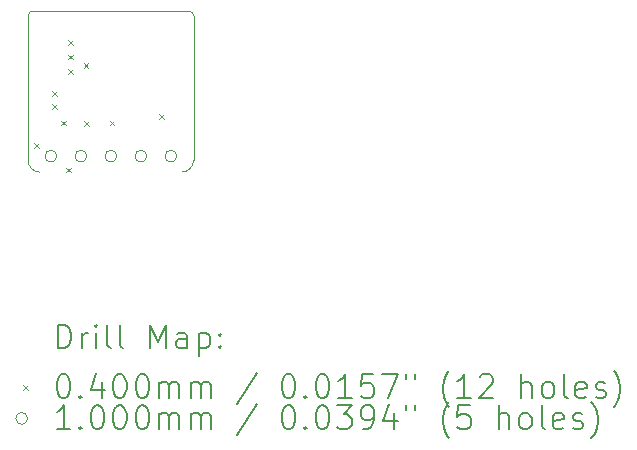
<source format=gbr>
%TF.GenerationSoftware,KiCad,Pcbnew,(6.0.9-0)*%
%TF.CreationDate,2023-01-05T13:48:52+00:00*%
%TF.ProjectId,USBA,55534241-2e6b-4696-9361-645f70636258,1*%
%TF.SameCoordinates,Original*%
%TF.FileFunction,Drillmap*%
%TF.FilePolarity,Positive*%
%FSLAX45Y45*%
G04 Gerber Fmt 4.5, Leading zero omitted, Abs format (unit mm)*
G04 Created by KiCad (PCBNEW (6.0.9-0)) date 2023-01-05 13:48:52*
%MOMM*%
%LPD*%
G01*
G04 APERTURE LIST*
%ADD10C,0.100000*%
%ADD11C,0.200000*%
%ADD12C,0.040000*%
G04 APERTURE END LIST*
D10*
X12850000Y-11825000D02*
X12850000Y-10600000D01*
X11450000Y-11825000D02*
G75*
G03*
X11550000Y-11925000I100000J0D01*
G01*
X11450000Y-10600000D02*
X11450000Y-11825000D01*
X11490000Y-10560000D02*
G75*
G03*
X11450000Y-10600000I0J-40000D01*
G01*
X12750000Y-11925000D02*
G75*
G03*
X12850000Y-11825000I0J100000D01*
G01*
X12810000Y-10560000D02*
X11490000Y-10560000D01*
X12850000Y-10600000D02*
G75*
G03*
X12810000Y-10560000I-40000J0D01*
G01*
D11*
D12*
X11500000Y-11680000D02*
X11540000Y-11720000D01*
X11540000Y-11680000D02*
X11500000Y-11720000D01*
X11650000Y-11240000D02*
X11690000Y-11280000D01*
X11690000Y-11240000D02*
X11650000Y-11280000D01*
X11650000Y-11350000D02*
X11690000Y-11390000D01*
X11690000Y-11350000D02*
X11650000Y-11390000D01*
X11730313Y-11490078D02*
X11770313Y-11530078D01*
X11770313Y-11490078D02*
X11730313Y-11530078D01*
X11772500Y-11887500D02*
X11812500Y-11927500D01*
X11812500Y-11887500D02*
X11772500Y-11927500D01*
X11790000Y-10810000D02*
X11830000Y-10850000D01*
X11830000Y-10810000D02*
X11790000Y-10850000D01*
X11790000Y-10930000D02*
X11830000Y-10970000D01*
X11830000Y-10930000D02*
X11790000Y-10970000D01*
X11790000Y-11050000D02*
X11830000Y-11090000D01*
X11830000Y-11050000D02*
X11790000Y-11090000D01*
X11920000Y-11000000D02*
X11960000Y-11040000D01*
X11960000Y-11000000D02*
X11920000Y-11040000D01*
X11926516Y-11492370D02*
X11966516Y-11532370D01*
X11966516Y-11492370D02*
X11926516Y-11532370D01*
X12140000Y-11490000D02*
X12180000Y-11530000D01*
X12180000Y-11490000D02*
X12140000Y-11530000D01*
X12560000Y-11432450D02*
X12600000Y-11472450D01*
X12600000Y-11432450D02*
X12560000Y-11472450D01*
D10*
X11692000Y-11790000D02*
G75*
G03*
X11692000Y-11790000I-50000J0D01*
G01*
X11946000Y-11790000D02*
G75*
G03*
X11946000Y-11790000I-50000J0D01*
G01*
X12200000Y-11790000D02*
G75*
G03*
X12200000Y-11790000I-50000J0D01*
G01*
X12454000Y-11790000D02*
G75*
G03*
X12454000Y-11790000I-50000J0D01*
G01*
X12708000Y-11790000D02*
G75*
G03*
X12708000Y-11790000I-50000J0D01*
G01*
D11*
X11702619Y-13416476D02*
X11702619Y-13216476D01*
X11750238Y-13216476D01*
X11778809Y-13226000D01*
X11797857Y-13245048D01*
X11807381Y-13264095D01*
X11816905Y-13302190D01*
X11816905Y-13330762D01*
X11807381Y-13368857D01*
X11797857Y-13387905D01*
X11778809Y-13406952D01*
X11750238Y-13416476D01*
X11702619Y-13416476D01*
X11902619Y-13416476D02*
X11902619Y-13283143D01*
X11902619Y-13321238D02*
X11912143Y-13302190D01*
X11921667Y-13292667D01*
X11940714Y-13283143D01*
X11959762Y-13283143D01*
X12026428Y-13416476D02*
X12026428Y-13283143D01*
X12026428Y-13216476D02*
X12016905Y-13226000D01*
X12026428Y-13235524D01*
X12035952Y-13226000D01*
X12026428Y-13216476D01*
X12026428Y-13235524D01*
X12150238Y-13416476D02*
X12131190Y-13406952D01*
X12121667Y-13387905D01*
X12121667Y-13216476D01*
X12255000Y-13416476D02*
X12235952Y-13406952D01*
X12226428Y-13387905D01*
X12226428Y-13216476D01*
X12483571Y-13416476D02*
X12483571Y-13216476D01*
X12550238Y-13359333D01*
X12616905Y-13216476D01*
X12616905Y-13416476D01*
X12797857Y-13416476D02*
X12797857Y-13311714D01*
X12788333Y-13292667D01*
X12769286Y-13283143D01*
X12731190Y-13283143D01*
X12712143Y-13292667D01*
X12797857Y-13406952D02*
X12778809Y-13416476D01*
X12731190Y-13416476D01*
X12712143Y-13406952D01*
X12702619Y-13387905D01*
X12702619Y-13368857D01*
X12712143Y-13349809D01*
X12731190Y-13340286D01*
X12778809Y-13340286D01*
X12797857Y-13330762D01*
X12893095Y-13283143D02*
X12893095Y-13483143D01*
X12893095Y-13292667D02*
X12912143Y-13283143D01*
X12950238Y-13283143D01*
X12969286Y-13292667D01*
X12978809Y-13302190D01*
X12988333Y-13321238D01*
X12988333Y-13378381D01*
X12978809Y-13397428D01*
X12969286Y-13406952D01*
X12950238Y-13416476D01*
X12912143Y-13416476D01*
X12893095Y-13406952D01*
X13074048Y-13397428D02*
X13083571Y-13406952D01*
X13074048Y-13416476D01*
X13064524Y-13406952D01*
X13074048Y-13397428D01*
X13074048Y-13416476D01*
X13074048Y-13292667D02*
X13083571Y-13302190D01*
X13074048Y-13311714D01*
X13064524Y-13302190D01*
X13074048Y-13292667D01*
X13074048Y-13311714D01*
D12*
X11405000Y-13726000D02*
X11445000Y-13766000D01*
X11445000Y-13726000D02*
X11405000Y-13766000D01*
D11*
X11740714Y-13636476D02*
X11759762Y-13636476D01*
X11778809Y-13646000D01*
X11788333Y-13655524D01*
X11797857Y-13674571D01*
X11807381Y-13712667D01*
X11807381Y-13760286D01*
X11797857Y-13798381D01*
X11788333Y-13817428D01*
X11778809Y-13826952D01*
X11759762Y-13836476D01*
X11740714Y-13836476D01*
X11721667Y-13826952D01*
X11712143Y-13817428D01*
X11702619Y-13798381D01*
X11693095Y-13760286D01*
X11693095Y-13712667D01*
X11702619Y-13674571D01*
X11712143Y-13655524D01*
X11721667Y-13646000D01*
X11740714Y-13636476D01*
X11893095Y-13817428D02*
X11902619Y-13826952D01*
X11893095Y-13836476D01*
X11883571Y-13826952D01*
X11893095Y-13817428D01*
X11893095Y-13836476D01*
X12074048Y-13703143D02*
X12074048Y-13836476D01*
X12026428Y-13626952D02*
X11978809Y-13769809D01*
X12102619Y-13769809D01*
X12216905Y-13636476D02*
X12235952Y-13636476D01*
X12255000Y-13646000D01*
X12264524Y-13655524D01*
X12274048Y-13674571D01*
X12283571Y-13712667D01*
X12283571Y-13760286D01*
X12274048Y-13798381D01*
X12264524Y-13817428D01*
X12255000Y-13826952D01*
X12235952Y-13836476D01*
X12216905Y-13836476D01*
X12197857Y-13826952D01*
X12188333Y-13817428D01*
X12178809Y-13798381D01*
X12169286Y-13760286D01*
X12169286Y-13712667D01*
X12178809Y-13674571D01*
X12188333Y-13655524D01*
X12197857Y-13646000D01*
X12216905Y-13636476D01*
X12407381Y-13636476D02*
X12426428Y-13636476D01*
X12445476Y-13646000D01*
X12455000Y-13655524D01*
X12464524Y-13674571D01*
X12474048Y-13712667D01*
X12474048Y-13760286D01*
X12464524Y-13798381D01*
X12455000Y-13817428D01*
X12445476Y-13826952D01*
X12426428Y-13836476D01*
X12407381Y-13836476D01*
X12388333Y-13826952D01*
X12378809Y-13817428D01*
X12369286Y-13798381D01*
X12359762Y-13760286D01*
X12359762Y-13712667D01*
X12369286Y-13674571D01*
X12378809Y-13655524D01*
X12388333Y-13646000D01*
X12407381Y-13636476D01*
X12559762Y-13836476D02*
X12559762Y-13703143D01*
X12559762Y-13722190D02*
X12569286Y-13712667D01*
X12588333Y-13703143D01*
X12616905Y-13703143D01*
X12635952Y-13712667D01*
X12645476Y-13731714D01*
X12645476Y-13836476D01*
X12645476Y-13731714D02*
X12655000Y-13712667D01*
X12674048Y-13703143D01*
X12702619Y-13703143D01*
X12721667Y-13712667D01*
X12731190Y-13731714D01*
X12731190Y-13836476D01*
X12826428Y-13836476D02*
X12826428Y-13703143D01*
X12826428Y-13722190D02*
X12835952Y-13712667D01*
X12855000Y-13703143D01*
X12883571Y-13703143D01*
X12902619Y-13712667D01*
X12912143Y-13731714D01*
X12912143Y-13836476D01*
X12912143Y-13731714D02*
X12921667Y-13712667D01*
X12940714Y-13703143D01*
X12969286Y-13703143D01*
X12988333Y-13712667D01*
X12997857Y-13731714D01*
X12997857Y-13836476D01*
X13388333Y-13626952D02*
X13216905Y-13884095D01*
X13645476Y-13636476D02*
X13664524Y-13636476D01*
X13683571Y-13646000D01*
X13693095Y-13655524D01*
X13702619Y-13674571D01*
X13712143Y-13712667D01*
X13712143Y-13760286D01*
X13702619Y-13798381D01*
X13693095Y-13817428D01*
X13683571Y-13826952D01*
X13664524Y-13836476D01*
X13645476Y-13836476D01*
X13626428Y-13826952D01*
X13616905Y-13817428D01*
X13607381Y-13798381D01*
X13597857Y-13760286D01*
X13597857Y-13712667D01*
X13607381Y-13674571D01*
X13616905Y-13655524D01*
X13626428Y-13646000D01*
X13645476Y-13636476D01*
X13797857Y-13817428D02*
X13807381Y-13826952D01*
X13797857Y-13836476D01*
X13788333Y-13826952D01*
X13797857Y-13817428D01*
X13797857Y-13836476D01*
X13931190Y-13636476D02*
X13950238Y-13636476D01*
X13969286Y-13646000D01*
X13978809Y-13655524D01*
X13988333Y-13674571D01*
X13997857Y-13712667D01*
X13997857Y-13760286D01*
X13988333Y-13798381D01*
X13978809Y-13817428D01*
X13969286Y-13826952D01*
X13950238Y-13836476D01*
X13931190Y-13836476D01*
X13912143Y-13826952D01*
X13902619Y-13817428D01*
X13893095Y-13798381D01*
X13883571Y-13760286D01*
X13883571Y-13712667D01*
X13893095Y-13674571D01*
X13902619Y-13655524D01*
X13912143Y-13646000D01*
X13931190Y-13636476D01*
X14188333Y-13836476D02*
X14074048Y-13836476D01*
X14131190Y-13836476D02*
X14131190Y-13636476D01*
X14112143Y-13665048D01*
X14093095Y-13684095D01*
X14074048Y-13693619D01*
X14369286Y-13636476D02*
X14274048Y-13636476D01*
X14264524Y-13731714D01*
X14274048Y-13722190D01*
X14293095Y-13712667D01*
X14340714Y-13712667D01*
X14359762Y-13722190D01*
X14369286Y-13731714D01*
X14378809Y-13750762D01*
X14378809Y-13798381D01*
X14369286Y-13817428D01*
X14359762Y-13826952D01*
X14340714Y-13836476D01*
X14293095Y-13836476D01*
X14274048Y-13826952D01*
X14264524Y-13817428D01*
X14445476Y-13636476D02*
X14578809Y-13636476D01*
X14493095Y-13836476D01*
X14645476Y-13636476D02*
X14645476Y-13674571D01*
X14721667Y-13636476D02*
X14721667Y-13674571D01*
X15016905Y-13912667D02*
X15007381Y-13903143D01*
X14988333Y-13874571D01*
X14978809Y-13855524D01*
X14969286Y-13826952D01*
X14959762Y-13779333D01*
X14959762Y-13741238D01*
X14969286Y-13693619D01*
X14978809Y-13665048D01*
X14988333Y-13646000D01*
X15007381Y-13617428D01*
X15016905Y-13607905D01*
X15197857Y-13836476D02*
X15083571Y-13836476D01*
X15140714Y-13836476D02*
X15140714Y-13636476D01*
X15121667Y-13665048D01*
X15102619Y-13684095D01*
X15083571Y-13693619D01*
X15274048Y-13655524D02*
X15283571Y-13646000D01*
X15302619Y-13636476D01*
X15350238Y-13636476D01*
X15369286Y-13646000D01*
X15378809Y-13655524D01*
X15388333Y-13674571D01*
X15388333Y-13693619D01*
X15378809Y-13722190D01*
X15264524Y-13836476D01*
X15388333Y-13836476D01*
X15626428Y-13836476D02*
X15626428Y-13636476D01*
X15712143Y-13836476D02*
X15712143Y-13731714D01*
X15702619Y-13712667D01*
X15683571Y-13703143D01*
X15655000Y-13703143D01*
X15635952Y-13712667D01*
X15626428Y-13722190D01*
X15835952Y-13836476D02*
X15816905Y-13826952D01*
X15807381Y-13817428D01*
X15797857Y-13798381D01*
X15797857Y-13741238D01*
X15807381Y-13722190D01*
X15816905Y-13712667D01*
X15835952Y-13703143D01*
X15864524Y-13703143D01*
X15883571Y-13712667D01*
X15893095Y-13722190D01*
X15902619Y-13741238D01*
X15902619Y-13798381D01*
X15893095Y-13817428D01*
X15883571Y-13826952D01*
X15864524Y-13836476D01*
X15835952Y-13836476D01*
X16016905Y-13836476D02*
X15997857Y-13826952D01*
X15988333Y-13807905D01*
X15988333Y-13636476D01*
X16169286Y-13826952D02*
X16150238Y-13836476D01*
X16112143Y-13836476D01*
X16093095Y-13826952D01*
X16083571Y-13807905D01*
X16083571Y-13731714D01*
X16093095Y-13712667D01*
X16112143Y-13703143D01*
X16150238Y-13703143D01*
X16169286Y-13712667D01*
X16178809Y-13731714D01*
X16178809Y-13750762D01*
X16083571Y-13769809D01*
X16255000Y-13826952D02*
X16274048Y-13836476D01*
X16312143Y-13836476D01*
X16331190Y-13826952D01*
X16340714Y-13807905D01*
X16340714Y-13798381D01*
X16331190Y-13779333D01*
X16312143Y-13769809D01*
X16283571Y-13769809D01*
X16264524Y-13760286D01*
X16255000Y-13741238D01*
X16255000Y-13731714D01*
X16264524Y-13712667D01*
X16283571Y-13703143D01*
X16312143Y-13703143D01*
X16331190Y-13712667D01*
X16407381Y-13912667D02*
X16416905Y-13903143D01*
X16435952Y-13874571D01*
X16445476Y-13855524D01*
X16455000Y-13826952D01*
X16464524Y-13779333D01*
X16464524Y-13741238D01*
X16455000Y-13693619D01*
X16445476Y-13665048D01*
X16435952Y-13646000D01*
X16416905Y-13617428D01*
X16407381Y-13607905D01*
D10*
X11445000Y-14010000D02*
G75*
G03*
X11445000Y-14010000I-50000J0D01*
G01*
D11*
X11807381Y-14100476D02*
X11693095Y-14100476D01*
X11750238Y-14100476D02*
X11750238Y-13900476D01*
X11731190Y-13929048D01*
X11712143Y-13948095D01*
X11693095Y-13957619D01*
X11893095Y-14081428D02*
X11902619Y-14090952D01*
X11893095Y-14100476D01*
X11883571Y-14090952D01*
X11893095Y-14081428D01*
X11893095Y-14100476D01*
X12026428Y-13900476D02*
X12045476Y-13900476D01*
X12064524Y-13910000D01*
X12074048Y-13919524D01*
X12083571Y-13938571D01*
X12093095Y-13976667D01*
X12093095Y-14024286D01*
X12083571Y-14062381D01*
X12074048Y-14081428D01*
X12064524Y-14090952D01*
X12045476Y-14100476D01*
X12026428Y-14100476D01*
X12007381Y-14090952D01*
X11997857Y-14081428D01*
X11988333Y-14062381D01*
X11978809Y-14024286D01*
X11978809Y-13976667D01*
X11988333Y-13938571D01*
X11997857Y-13919524D01*
X12007381Y-13910000D01*
X12026428Y-13900476D01*
X12216905Y-13900476D02*
X12235952Y-13900476D01*
X12255000Y-13910000D01*
X12264524Y-13919524D01*
X12274048Y-13938571D01*
X12283571Y-13976667D01*
X12283571Y-14024286D01*
X12274048Y-14062381D01*
X12264524Y-14081428D01*
X12255000Y-14090952D01*
X12235952Y-14100476D01*
X12216905Y-14100476D01*
X12197857Y-14090952D01*
X12188333Y-14081428D01*
X12178809Y-14062381D01*
X12169286Y-14024286D01*
X12169286Y-13976667D01*
X12178809Y-13938571D01*
X12188333Y-13919524D01*
X12197857Y-13910000D01*
X12216905Y-13900476D01*
X12407381Y-13900476D02*
X12426428Y-13900476D01*
X12445476Y-13910000D01*
X12455000Y-13919524D01*
X12464524Y-13938571D01*
X12474048Y-13976667D01*
X12474048Y-14024286D01*
X12464524Y-14062381D01*
X12455000Y-14081428D01*
X12445476Y-14090952D01*
X12426428Y-14100476D01*
X12407381Y-14100476D01*
X12388333Y-14090952D01*
X12378809Y-14081428D01*
X12369286Y-14062381D01*
X12359762Y-14024286D01*
X12359762Y-13976667D01*
X12369286Y-13938571D01*
X12378809Y-13919524D01*
X12388333Y-13910000D01*
X12407381Y-13900476D01*
X12559762Y-14100476D02*
X12559762Y-13967143D01*
X12559762Y-13986190D02*
X12569286Y-13976667D01*
X12588333Y-13967143D01*
X12616905Y-13967143D01*
X12635952Y-13976667D01*
X12645476Y-13995714D01*
X12645476Y-14100476D01*
X12645476Y-13995714D02*
X12655000Y-13976667D01*
X12674048Y-13967143D01*
X12702619Y-13967143D01*
X12721667Y-13976667D01*
X12731190Y-13995714D01*
X12731190Y-14100476D01*
X12826428Y-14100476D02*
X12826428Y-13967143D01*
X12826428Y-13986190D02*
X12835952Y-13976667D01*
X12855000Y-13967143D01*
X12883571Y-13967143D01*
X12902619Y-13976667D01*
X12912143Y-13995714D01*
X12912143Y-14100476D01*
X12912143Y-13995714D02*
X12921667Y-13976667D01*
X12940714Y-13967143D01*
X12969286Y-13967143D01*
X12988333Y-13976667D01*
X12997857Y-13995714D01*
X12997857Y-14100476D01*
X13388333Y-13890952D02*
X13216905Y-14148095D01*
X13645476Y-13900476D02*
X13664524Y-13900476D01*
X13683571Y-13910000D01*
X13693095Y-13919524D01*
X13702619Y-13938571D01*
X13712143Y-13976667D01*
X13712143Y-14024286D01*
X13702619Y-14062381D01*
X13693095Y-14081428D01*
X13683571Y-14090952D01*
X13664524Y-14100476D01*
X13645476Y-14100476D01*
X13626428Y-14090952D01*
X13616905Y-14081428D01*
X13607381Y-14062381D01*
X13597857Y-14024286D01*
X13597857Y-13976667D01*
X13607381Y-13938571D01*
X13616905Y-13919524D01*
X13626428Y-13910000D01*
X13645476Y-13900476D01*
X13797857Y-14081428D02*
X13807381Y-14090952D01*
X13797857Y-14100476D01*
X13788333Y-14090952D01*
X13797857Y-14081428D01*
X13797857Y-14100476D01*
X13931190Y-13900476D02*
X13950238Y-13900476D01*
X13969286Y-13910000D01*
X13978809Y-13919524D01*
X13988333Y-13938571D01*
X13997857Y-13976667D01*
X13997857Y-14024286D01*
X13988333Y-14062381D01*
X13978809Y-14081428D01*
X13969286Y-14090952D01*
X13950238Y-14100476D01*
X13931190Y-14100476D01*
X13912143Y-14090952D01*
X13902619Y-14081428D01*
X13893095Y-14062381D01*
X13883571Y-14024286D01*
X13883571Y-13976667D01*
X13893095Y-13938571D01*
X13902619Y-13919524D01*
X13912143Y-13910000D01*
X13931190Y-13900476D01*
X14064524Y-13900476D02*
X14188333Y-13900476D01*
X14121667Y-13976667D01*
X14150238Y-13976667D01*
X14169286Y-13986190D01*
X14178809Y-13995714D01*
X14188333Y-14014762D01*
X14188333Y-14062381D01*
X14178809Y-14081428D01*
X14169286Y-14090952D01*
X14150238Y-14100476D01*
X14093095Y-14100476D01*
X14074048Y-14090952D01*
X14064524Y-14081428D01*
X14283571Y-14100476D02*
X14321667Y-14100476D01*
X14340714Y-14090952D01*
X14350238Y-14081428D01*
X14369286Y-14052857D01*
X14378809Y-14014762D01*
X14378809Y-13938571D01*
X14369286Y-13919524D01*
X14359762Y-13910000D01*
X14340714Y-13900476D01*
X14302619Y-13900476D01*
X14283571Y-13910000D01*
X14274048Y-13919524D01*
X14264524Y-13938571D01*
X14264524Y-13986190D01*
X14274048Y-14005238D01*
X14283571Y-14014762D01*
X14302619Y-14024286D01*
X14340714Y-14024286D01*
X14359762Y-14014762D01*
X14369286Y-14005238D01*
X14378809Y-13986190D01*
X14550238Y-13967143D02*
X14550238Y-14100476D01*
X14502619Y-13890952D02*
X14455000Y-14033809D01*
X14578809Y-14033809D01*
X14645476Y-13900476D02*
X14645476Y-13938571D01*
X14721667Y-13900476D02*
X14721667Y-13938571D01*
X15016905Y-14176667D02*
X15007381Y-14167143D01*
X14988333Y-14138571D01*
X14978809Y-14119524D01*
X14969286Y-14090952D01*
X14959762Y-14043333D01*
X14959762Y-14005238D01*
X14969286Y-13957619D01*
X14978809Y-13929048D01*
X14988333Y-13910000D01*
X15007381Y-13881428D01*
X15016905Y-13871905D01*
X15188333Y-13900476D02*
X15093095Y-13900476D01*
X15083571Y-13995714D01*
X15093095Y-13986190D01*
X15112143Y-13976667D01*
X15159762Y-13976667D01*
X15178809Y-13986190D01*
X15188333Y-13995714D01*
X15197857Y-14014762D01*
X15197857Y-14062381D01*
X15188333Y-14081428D01*
X15178809Y-14090952D01*
X15159762Y-14100476D01*
X15112143Y-14100476D01*
X15093095Y-14090952D01*
X15083571Y-14081428D01*
X15435952Y-14100476D02*
X15435952Y-13900476D01*
X15521667Y-14100476D02*
X15521667Y-13995714D01*
X15512143Y-13976667D01*
X15493095Y-13967143D01*
X15464524Y-13967143D01*
X15445476Y-13976667D01*
X15435952Y-13986190D01*
X15645476Y-14100476D02*
X15626428Y-14090952D01*
X15616905Y-14081428D01*
X15607381Y-14062381D01*
X15607381Y-14005238D01*
X15616905Y-13986190D01*
X15626428Y-13976667D01*
X15645476Y-13967143D01*
X15674048Y-13967143D01*
X15693095Y-13976667D01*
X15702619Y-13986190D01*
X15712143Y-14005238D01*
X15712143Y-14062381D01*
X15702619Y-14081428D01*
X15693095Y-14090952D01*
X15674048Y-14100476D01*
X15645476Y-14100476D01*
X15826428Y-14100476D02*
X15807381Y-14090952D01*
X15797857Y-14071905D01*
X15797857Y-13900476D01*
X15978809Y-14090952D02*
X15959762Y-14100476D01*
X15921667Y-14100476D01*
X15902619Y-14090952D01*
X15893095Y-14071905D01*
X15893095Y-13995714D01*
X15902619Y-13976667D01*
X15921667Y-13967143D01*
X15959762Y-13967143D01*
X15978809Y-13976667D01*
X15988333Y-13995714D01*
X15988333Y-14014762D01*
X15893095Y-14033809D01*
X16064524Y-14090952D02*
X16083571Y-14100476D01*
X16121667Y-14100476D01*
X16140714Y-14090952D01*
X16150238Y-14071905D01*
X16150238Y-14062381D01*
X16140714Y-14043333D01*
X16121667Y-14033809D01*
X16093095Y-14033809D01*
X16074048Y-14024286D01*
X16064524Y-14005238D01*
X16064524Y-13995714D01*
X16074048Y-13976667D01*
X16093095Y-13967143D01*
X16121667Y-13967143D01*
X16140714Y-13976667D01*
X16216905Y-14176667D02*
X16226428Y-14167143D01*
X16245476Y-14138571D01*
X16255000Y-14119524D01*
X16264524Y-14090952D01*
X16274048Y-14043333D01*
X16274048Y-14005238D01*
X16264524Y-13957619D01*
X16255000Y-13929048D01*
X16245476Y-13910000D01*
X16226428Y-13881428D01*
X16216905Y-13871905D01*
M02*

</source>
